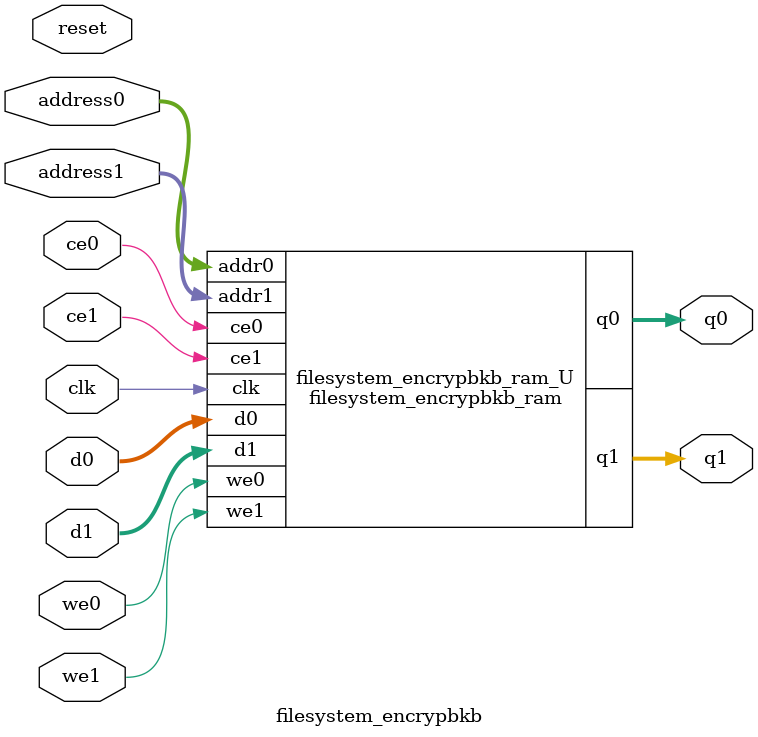
<source format=v>

`timescale 1 ns / 1 ps
module filesystem_encrypbkb_ram (addr0, ce0, d0, we0, q0, addr1, ce1, d1, we1, q1,  clk);

parameter DWIDTH = 128;
parameter AWIDTH = 5;
parameter MEM_SIZE = 32;

input[AWIDTH-1:0] addr0;
input ce0;
input[DWIDTH-1:0] d0;
input we0;
output reg[DWIDTH-1:0] q0;
input[AWIDTH-1:0] addr1;
input ce1;
input[DWIDTH-1:0] d1;
input we1;
output reg[DWIDTH-1:0] q1;
input clk;

(* ram_style = "block" *)reg [DWIDTH-1:0] ram[0:MEM_SIZE-1];




always @(posedge clk)  
begin 
    if (ce0) 
    begin
        if (we0) 
        begin 
            ram[addr0] <= d0; 
            q0 <= d0;
        end 
        else 
            q0 <= ram[addr0];
    end
end


always @(posedge clk)  
begin 
    if (ce1) 
    begin
        if (we1) 
        begin 
            ram[addr1] <= d1; 
            q1 <= d1;
        end 
        else 
            q1 <= ram[addr1];
    end
end


endmodule


`timescale 1 ns / 1 ps
module filesystem_encrypbkb(
    reset,
    clk,
    address0,
    ce0,
    we0,
    d0,
    q0,
    address1,
    ce1,
    we1,
    d1,
    q1);

parameter DataWidth = 32'd128;
parameter AddressRange = 32'd32;
parameter AddressWidth = 32'd5;
input reset;
input clk;
input[AddressWidth - 1:0] address0;
input ce0;
input we0;
input[DataWidth - 1:0] d0;
output[DataWidth - 1:0] q0;
input[AddressWidth - 1:0] address1;
input ce1;
input we1;
input[DataWidth - 1:0] d1;
output[DataWidth - 1:0] q1;



filesystem_encrypbkb_ram filesystem_encrypbkb_ram_U(
    .clk( clk ),
    .addr0( address0 ),
    .ce0( ce0 ),
    .d0( d0 ),
    .we0( we0 ),
    .q0( q0 ),
    .addr1( address1 ),
    .ce1( ce1 ),
    .d1( d1 ),
    .we1( we1 ),
    .q1( q1 ));

endmodule


</source>
